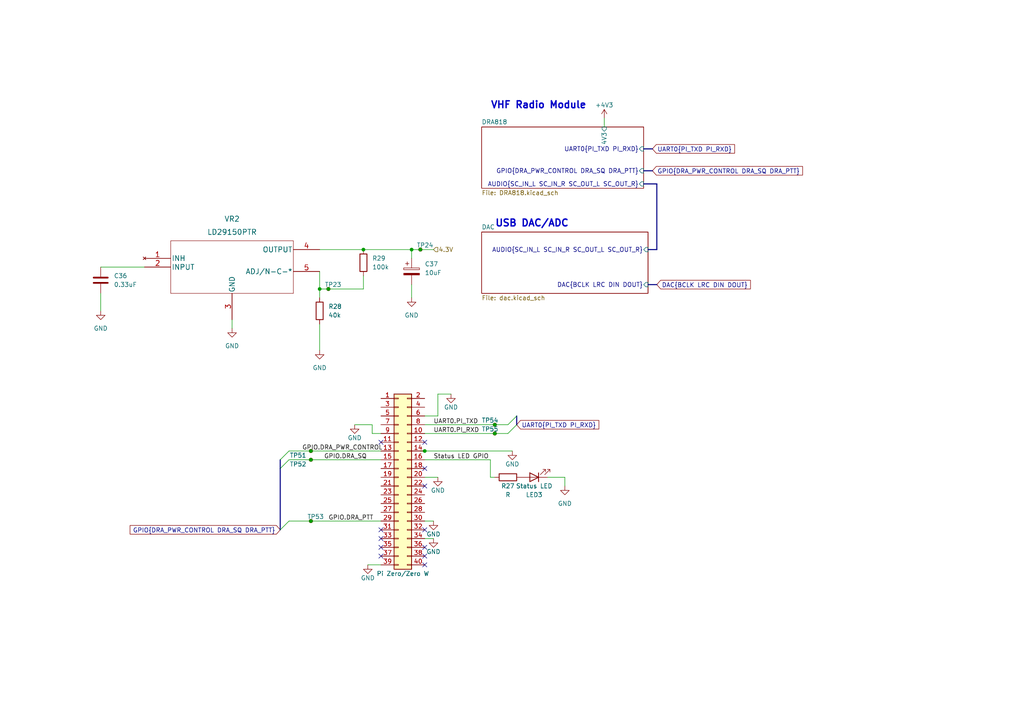
<source format=kicad_sch>
(kicad_sch (version 20211123) (generator eeschema)
  (paper "A4")
  (lib_symbols
    (symbol "Connector:TestPoint_Small" (pin_numbers hide) (pin_names (offset 0.762) hide)
      (property "Reference" "TP" (at 0 3.81 0))
      (property "Value" "TestPoint_Small" (at 0 2.032 0))
      (symbol "TestPoint_Small_0_1"
        (circle (center 0 0) (radius 0.508))
      )
      (symbol "TestPoint_Small_1_1"
        (pin passive line (at 0 0 90) (length 0) (name "1") (number "1"))
      )
    )
    (symbol "Connector_Generic:Conn_02x20_Odd_Even" (pin_names (offset 1.016) hide)
      (property "Reference" "J" (at 1.27 25.4 0))
      (property "Value" "Conn_02x20_Odd_Even" (at 1.27 -27.94 0))
      (symbol "Conn_02x20_Odd_Even_1_1"
        (rectangle (start -1.27 -25.273) (end 0 -25.527) (stroke (width 0.1524)))
        (rectangle (start -1.27 -22.733) (end 0 -22.987) (stroke (width 0.1524)))
        (rectangle (start -1.27 -20.193) (end 0 -20.447) (stroke (width 0.1524)))
        (rectangle (start -1.27 -17.653) (end 0 -17.907) (stroke (width 0.1524)))
        (rectangle (start -1.27 -15.113) (end 0 -15.367) (stroke (width 0.1524)))
        (rectangle (start -1.27 -12.573) (end 0 -12.827) (stroke (width 0.1524)))
        (rectangle (start -1.27 -10.033) (end 0 -10.287) (stroke (width 0.1524)))
        (rectangle (start -1.27 -7.493) (end 0 -7.747) (stroke (width 0.1524)))
        (rectangle (start -1.27 -4.953) (end 0 -5.207) (stroke (width 0.1524)))
        (rectangle (start -1.27 -2.413) (end 0 -2.667) (stroke (width 0.1524)))
        (rectangle (start -1.27 0.127) (end 0 -0.127) (stroke (width 0.1524)))
        (rectangle (start -1.27 2.667) (end 0 2.413) (stroke (width 0.1524)))
        (rectangle (start -1.27 5.207) (end 0 4.953) (stroke (width 0.1524)))
        (rectangle (start -1.27 7.747) (end 0 7.493) (stroke (width 0.1524)))
        (rectangle (start -1.27 10.287) (end 0 10.033) (stroke (width 0.1524)))
        (rectangle (start -1.27 12.827) (end 0 12.573) (stroke (width 0.1524)))
        (rectangle (start -1.27 15.367) (end 0 15.113) (stroke (width 0.1524)))
        (rectangle (start -1.27 17.907) (end 0 17.653) (stroke (width 0.1524)))
        (rectangle (start -1.27 20.447) (end 0 20.193) (stroke (width 0.1524)))
        (rectangle (start -1.27 22.987) (end 0 22.733) (stroke (width 0.1524)))
        (rectangle (start -1.27 24.13) (end 3.81 -26.67) (stroke (width 0.254)) (fill (type background)))
        (rectangle (start 3.81 -25.273) (end 2.54 -25.527) (stroke (width 0.1524)))
        (rectangle (start 3.81 -22.733) (end 2.54 -22.987) (stroke (width 0.1524)))
        (rectangle (start 3.81 -20.193) (end 2.54 -20.447) (stroke (width 0.1524)))
        (rectangle (start 3.81 -17.653) (end 2.54 -17.907) (stroke (width 0.1524)))
        (rectangle (start 3.81 -15.113) (end 2.54 -15.367) (stroke (width 0.1524)))
        (rectangle (start 3.81 -12.573) (end 2.54 -12.827) (stroke (width 0.1524)))
        (rectangle (start 3.81 -10.033) (end 2.54 -10.287) (stroke (width 0.1524)))
        (rectangle (start 3.81 -7.493) (end 2.54 -7.747) (stroke (width 0.1524)))
        (rectangle (start 3.81 -4.953) (end 2.54 -5.207) (stroke (width 0.1524)))
        (rectangle (start 3.81 -2.413) (end 2.54 -2.667) (stroke (width 0.1524)))
        (rectangle (start 3.81 0.127) (end 2.54 -0.127) (stroke (width 0.1524)))
        (rectangle (start 3.81 2.667) (end 2.54 2.413) (stroke (width 0.1524)))
        (rectangle (start 3.81 5.207) (end 2.54 4.953) (stroke (width 0.1524)))
        (rectangle (start 3.81 7.747) (end 2.54 7.493) (stroke (width 0.1524)))
        (rectangle (start 3.81 10.287) (end 2.54 10.033) (stroke (width 0.1524)))
        (rectangle (start 3.81 12.827) (end 2.54 12.573) (stroke (width 0.1524)))
        (rectangle (start 3.81 15.367) (end 2.54 15.113) (stroke (width 0.1524)))
        (rectangle (start 3.81 17.907) (end 2.54 17.653) (stroke (width 0.1524)))
        (rectangle (start 3.81 20.447) (end 2.54 20.193) (stroke (width 0.1524)))
        (rectangle (start 3.81 22.987) (end 2.54 22.733) (stroke (width 0.1524)))
        (pin passive line (at -5.08 22.86 0) (length 3.81) (name "Pin_1") (number "1"))
        (pin passive line (at 7.62 12.7 180) (length 3.81) (name "Pin_10") (number "10"))
        (pin passive line (at -5.08 10.16 0) (length 3.81) (name "Pin_11") (number "11"))
        (pin passive line (at 7.62 10.16 180) (length 3.81) (name "Pin_12") (number "12"))
        (pin passive line (at -5.08 7.62 0) (length 3.81) (name "Pin_13") (number "13"))
        (pin passive line (at 7.62 7.62 180) (length 3.81) (name "Pin_14") (number "14"))
        (pin passive line (at -5.08 5.08 0) (length 3.81) (name "Pin_15") (number "15"))
        (pin passive line (at 7.62 5.08 180) (length 3.81) (name "Pin_16") (number "16"))
        (pin passive line (at -5.08 2.54 0) (length 3.81) (name "Pin_17") (number "17"))
        (pin passive line (at 7.62 2.54 180) (length 3.81) (name "Pin_18") (number "18"))
        (pin passive line (at -5.08 0 0) (length 3.81) (name "Pin_19") (number "19"))
        (pin passive line (at 7.62 22.86 180) (length 3.81) (name "Pin_2") (number "2"))
        (pin passive line (at 7.62 0 180) (length 3.81) (name "Pin_20") (number "20"))
        (pin passive line (at -5.08 -2.54 0) (length 3.81) (name "Pin_21") (number "21"))
        (pin passive line (at 7.62 -2.54 180) (length 3.81) (name "Pin_22") (number "22"))
        (pin passive line (at -5.08 -5.08 0) (length 3.81) (name "Pin_23") (number "23"))
        (pin passive line (at 7.62 -5.08 180) (length 3.81) (name "Pin_24") (number "24"))
        (pin passive line (at -5.08 -7.62 0) (length 3.81) (name "Pin_25") (number "25"))
        (pin passive line (at 7.62 -7.62 180) (length 3.81) (name "Pin_26") (number "26"))
        (pin passive line (at -5.08 -10.16 0) (length 3.81) (name "Pin_27") (number "27"))
        (pin passive line (at 7.62 -10.16 180) (length 3.81) (name "Pin_28") (number "28"))
        (pin passive line (at -5.08 -12.7 0) (length 3.81) (name "Pin_29") (number "29"))
        (pin passive line (at -5.08 20.32 0) (length 3.81) (name "Pin_3") (number "3"))
        (pin passive line (at 7.62 -12.7 180) (length 3.81) (name "Pin_30") (number "30"))
        (pin passive line (at -5.08 -15.24 0) (length 3.81) (name "Pin_31") (number "31"))
        (pin passive line (at 7.62 -15.24 180) (length 3.81) (name "Pin_32") (number "32"))
        (pin passive line (at -5.08 -17.78 0) (length 3.81) (name "Pin_33") (number "33"))
        (pin passive line (at 7.62 -17.78 180) (length 3.81) (name "Pin_34") (number "34"))
        (pin passive line (at -5.08 -20.32 0) (length 3.81) (name "Pin_35") (number "35"))
        (pin passive line (at 7.62 -20.32 180) (length 3.81) (name "Pin_36") (number "36"))
        (pin passive line (at -5.08 -22.86 0) (length 3.81) (name "Pin_37") (number "37"))
        (pin passive line (at 7.62 -22.86 180) (length 3.81) (name "Pin_38") (number "38"))
        (pin passive line (at -5.08 -25.4 0) (length 3.81) (name "Pin_39") (number "39"))
        (pin passive line (at 7.62 20.32 180) (length 3.81) (name "Pin_4") (number "4"))
        (pin passive line (at 7.62 -25.4 180) (length 3.81) (name "Pin_40") (number "40"))
        (pin passive line (at -5.08 17.78 0) (length 3.81) (name "Pin_5") (number "5"))
        (pin passive line (at 7.62 17.78 180) (length 3.81) (name "Pin_6") (number "6"))
        (pin passive line (at -5.08 15.24 0) (length 3.81) (name "Pin_7") (number "7"))
        (pin passive line (at 7.62 15.24 180) (length 3.81) (name "Pin_8") (number "8"))
        (pin passive line (at -5.08 12.7 0) (length 3.81) (name "Pin_9") (number "9"))
      )
    )
    (symbol "Device:C" (pin_numbers hide) (pin_names (offset 0.254))
      (property "Reference" "C" (at 0.635 2.54 0))
      (property "Value" "C" (at 0.635 -2.54 0))
      (symbol "C_0_1"
        (polyline (pts (xy -2.032 -0.762) (xy 2.032 -0.762)) (stroke (width 0.508)))
        (polyline (pts (xy -2.032 0.762) (xy 2.032 0.762)) (stroke (width 0.508)))
      )
      (symbol "C_1_1"
        (pin passive line (at 0 3.81 270) (length 2.794) (name "~") (number "1"))
        (pin passive line (at 0 -3.81 90) (length 2.794) (name "~") (number "2"))
      )
    )
    (symbol "Device:C_Polarized" (pin_numbers hide) (pin_names (offset 0.254))
      (property "Reference" "C" (at 0.635 2.54 0))
      (property "Value" "C_Polarized" (at 0.635 -2.54 0))
      (symbol "C_Polarized_0_1"
        (rectangle (start -2.286 0.508) (end 2.286 1.016))
        (polyline (pts (xy -1.778 2.286) (xy -0.762 2.286)))
        (polyline (pts (xy -1.27 2.794) (xy -1.27 1.778)))
        (rectangle (start 2.286 -0.508) (end -2.286 -1.016) (fill (type outline)))
      )
      (symbol "C_Polarized_1_1"
        (pin passive line (at 0 3.81 270) (length 2.794) (name "~") (number "1"))
        (pin passive line (at 0 -3.81 90) (length 2.794) (name "~") (number "2"))
      )
    )
    (symbol "Device:LED" (pin_numbers hide) (pin_names (offset 1.016) hide)
      (property "Reference" "D" (at 0 2.54 0))
      (property "Value" "LED" (at 0 -2.54 0))
      (symbol "LED_0_1"
        (polyline (pts (xy -1.27 -1.27) (xy -1.27 1.27)) (stroke (width 0.254)))
        (polyline (pts (xy -1.27 0) (xy 1.27 0)))
        (polyline (pts (xy 1.27 -1.27) (xy 1.27 1.27) (xy -1.27 0) (xy 1.27 -1.27)) (stroke (width 0.254)))
        (polyline (pts (xy -3.048 -0.762) (xy -4.572 -2.286) (xy -3.81 -2.286) (xy -4.572 -2.286) (xy -4.572 -1.524)))
        (polyline (pts (xy -1.778 -0.762) (xy -3.302 -2.286) (xy -2.54 -2.286) (xy -3.302 -2.286) (xy -3.302 -1.524)))
      )
      (symbol "LED_1_1"
        (pin passive line (at -3.81 0 0) (length 2.54) (name "K") (number "1"))
        (pin passive line (at 3.81 0 180) (length 2.54) (name "A") (number "2"))
      )
    )
    (symbol "Device:R" (pin_numbers hide) (pin_names (offset 0))
      (property "Reference" "R" (at 2.032 0 90))
      (property "Value" "R" (at 0 0 90))
      (symbol "R_0_1"
        (rectangle (start -1.016 -2.54) (end 1.016 2.54) (stroke (width 0.254)))
      )
      (symbol "R_1_1"
        (pin passive line (at 0 3.81 270) (length 1.27) (name "~") (number "1"))
        (pin passive line (at 0 -3.81 90) (length 1.27) (name "~") (number "2"))
      )
    )
    (symbol "LDV VReg:LD29150PTR" (pin_names (offset 0.254))
      (property "Reference" "U5" (at 25.4 11.43 0))
      (property "Value" "LD29150PTR" (at 25.4 7.62 0))
      (symbol "LD29150PTR_1_1"
        (polyline (pts (xy 7.62 -10.16) (xy 43.18 -10.16)) (stroke (width 0.127)))
        (polyline (pts (xy 7.62 5.08) (xy 7.62 -10.16)) (stroke (width 0.127)))
        (polyline (pts (xy 43.18 -10.16) (xy 43.18 5.08)) (stroke (width 0.127)))
        (polyline (pts (xy 43.18 5.08) (xy 7.62 5.08)) (stroke (width 0.127)))
        (pin no_connect line (at 0 0 0) (length 7.62) (name "INH") (number "1"))
        (pin power_in line (at 0 -2.54 0) (length 7.62) (name "INPUT") (number "2"))
        (pin power_in line (at 25.4 -17.78 90) (length 7.62) (name "GND") (number "3"))
        (pin power_out line (at 50.8 2.54 180) (length 7.62) (name "OUTPUT") (number "4"))
        (pin input line (at 50.8 -3.81 180) (length 7.62) (name "ADJ/N-C-*") (number "5"))
      )
    )
    (symbol "MyParts:+4V3" (power) (pin_names (offset 0))
      (property "Value" "+4V3" (at 0 3.556 0))
      (symbol "+4V3_0_1"
        (polyline (pts (xy -0.762 1.27) (xy 0 2.54)))
        (polyline (pts (xy 0 0) (xy 0 2.54)))
        (polyline (pts (xy 0 2.54) (xy 0.762 1.27)))
      )
      (symbol "+4V3_1_1"
        (pin power_in line (at 0 0 90) (length 0) hide (name "+4V3") (number "1"))
      )
    )
    (symbol "power:GND" (power) (pin_names (offset 0))
      (property "Value" "GND" (at 0 -3.81 0))
      (symbol "GND_0_1"
        (polyline (pts (xy 0 0) (xy 0 -1.27) (xy 1.27 -1.27) (xy 0 -2.54) (xy -1.27 -1.27) (xy 0 -1.27)))
      )
      (symbol "GND_1_1"
        (pin power_in line (at 0 0 270) (length 0) hide (name "GND") (number "1"))
      )
    )
  )
  (junction (at 90.17 133.35))
  (junction (at 90.17 130.81))
  (junction (at 95.25 83.82))
  (junction (at 143.51 123.19))
  (junction (at 143.51 125.73))
  (junction (at 90.17 151.13))
  (junction (at 121.92 72.39))
  (junction (at 92.71 83.82))
  (junction (at 105.41 72.39))
  (junction (at 123.19 130.81))
  (junction (at 119.38 72.39))
  (no_connect (at 123.19 153.67))
  (no_connect (at 123.19 158.75))
  (no_connect (at 123.19 135.89))
  (no_connect (at 110.49 161.29))
  (no_connect (at 123.19 161.29))
  (no_connect (at 123.19 128.27))
  (no_connect (at 123.19 140.97))
  (no_connect (at 110.49 158.75))
  (no_connect (at 110.49 128.27))
  (no_connect (at 110.49 156.21))
  (no_connect (at 123.19 163.83))
  (no_connect (at 110.49 153.67))
  (bus_entry (at 147.32 123.19) (size 2.54 -2.54))
  (bus_entry (at 147.32 125.73) (size 2.54 -2.54))
  (bus_entry (at 83.82 151.13) (size -2.54 2.54))
  (bus_entry (at 83.82 133.35) (size -2.54 2.54))
  (bus_entry (at 83.82 130.81) (size -2.54 2.54))
  (wire (pts (xy 92.71 93.98) (xy 92.71 101.6)))
  (wire (pts (xy 107.95 125.73) (xy 107.95 123.19)))
  (bus (pts (xy 186.69 49.53) (xy 189.23 49.53)))
  (wire (pts (xy 107.95 123.19) (xy 102.87 123.19)))
  (wire (pts (xy 142.24 133.35) (xy 142.24 138.43)))
  (wire (pts (xy 119.38 72.39) (xy 119.38 74.93)))
  (wire (pts (xy 127 120.65) (xy 127 114.3)))
  (wire (pts (xy 123.19 123.19) (xy 143.51 123.19)))
  (wire (pts (xy 163.83 138.43) (xy 163.83 140.97)))
  (wire (pts (xy 95.25 83.82) (xy 105.41 83.82)))
  (wire (pts (xy 90.17 130.81) (xy 110.49 130.81)))
  (wire (pts (xy 123.19 133.35) (xy 142.24 133.35)))
  (bus (pts (xy 186.69 53.34) (xy 190.5 53.34)))
  (wire (pts (xy 105.41 80.01) (xy 105.41 83.82)))
  (wire (pts (xy 119.38 72.39) (xy 121.92 72.39)))
  (wire (pts (xy 123.19 125.73) (xy 143.51 125.73)))
  (wire (pts (xy 110.49 125.73) (xy 107.95 125.73)))
  (wire (pts (xy 105.41 72.39) (xy 119.38 72.39)))
  (wire (pts (xy 127 114.3) (xy 130.81 114.3)))
  (wire (pts (xy 175.26 34.29) (xy 175.26 36.83)))
  (bus (pts (xy 186.69 43.18) (xy 189.23 43.18)))
  (wire (pts (xy 143.51 123.19) (xy 147.32 123.19)))
  (wire (pts (xy 83.82 130.81) (xy 90.17 130.81)))
  (wire (pts (xy 83.82 151.13) (xy 90.17 151.13)))
  (bus (pts (xy 187.96 82.55) (xy 190.5 82.55)))
  (wire (pts (xy 92.71 72.39) (xy 105.41 72.39)))
  (wire (pts (xy 92.71 78.74) (xy 92.71 83.82)))
  (bus (pts (xy 190.5 72.39) (xy 190.5 53.34)))
  (wire (pts (xy 29.21 77.47) (xy 41.91 77.47)))
  (wire (pts (xy 123.19 130.81) (xy 148.59 130.81)))
  (wire (pts (xy 123.19 120.65) (xy 127 120.65)))
  (wire (pts (xy 92.71 83.82) (xy 92.71 86.36)))
  (wire (pts (xy 110.49 151.13) (xy 90.17 151.13)))
  (wire (pts (xy 67.31 92.71) (xy 67.31 95.25)))
  (wire (pts (xy 123.19 151.13) (xy 125.73 151.13)))
  (wire (pts (xy 123.19 156.21) (xy 125.73 156.21)))
  (bus (pts (xy 81.28 133.35) (xy 81.28 135.89)))
  (wire (pts (xy 121.92 130.81) (xy 123.19 130.81)))
  (bus (pts (xy 149.86 120.65) (xy 149.86 123.19)))
  (bus (pts (xy 187.96 72.39) (xy 190.5 72.39)))
  (wire (pts (xy 119.38 82.55) (xy 119.38 86.36)))
  (wire (pts (xy 29.21 85.09) (xy 29.21 90.17)))
  (wire (pts (xy 83.82 133.35) (xy 90.17 133.35)))
  (wire (pts (xy 143.51 125.73) (xy 147.32 125.73)))
  (wire (pts (xy 92.71 83.82) (xy 95.25 83.82)))
  (wire (pts (xy 106.68 163.83) (xy 110.49 163.83)))
  (wire (pts (xy 110.49 133.35) (xy 90.17 133.35)))
  (wire (pts (xy 142.24 138.43) (xy 143.51 138.43)))
  (wire (pts (xy 127 138.43) (xy 123.19 138.43)))
  (wire (pts (xy 121.92 72.39) (xy 125.73 72.39)))
  (wire (pts (xy 158.75 138.43) (xy 163.83 138.43)))
  (bus (pts (xy 81.28 135.89) (xy 81.28 153.67)))
  (text "VHF Radio Module" (at 142.24 31.75 0) (effects (font (size 2 2) (thickness 0.4) bold) (justify left bottom)))
  (text "USB DAC/ADC" (at 143.51 66.04 0) (effects (font (size 2 2) (thickness 0.4) bold) (justify left bottom)))
  (label "GPIO.DRA_PTT" (at 95.25 151.13 0))
  (label "UART0.PI_TXD" (at 125.73 123.19 0))
  (label "GPIO.DRA_SQ" (at 93.98 133.35 0))
  (label "GPIO.DRA_PWR_CONTROL" (at 87.63 130.81 0))
  (label "Status LED GPIO" (at 125.73 133.35 0))
  (label "UART0.PI_RXD" (at 125.73 125.73 0))
  (global_label "DAC{BCLK LRC DIN DOUT}" (shape input) (at 190.5 82.55 0) (property "Intersheet References" "${INTERSHEET_REFS}" (effects hide)))
  (global_label "GPIO{DRA_PWR_CONTROL DRA_SQ DRA_PTT}" (shape input) (at 81.28 153.67 180) (property "Intersheet References" "${INTERSHEET_REFS}" (effects hide)))
  (global_label "UART0{PI_TXD PI_RXD}" (shape input) (at 149.86 123.19 0) (property "Intersheet References" "${INTERSHEET_REFS}" (effects hide)))
  (global_label "GPIO{DRA_PWR_CONTROL DRA_SQ DRA_PTT}" (shape input) (at 189.23 49.53 0) (property "Intersheet References" "${INTERSHEET_REFS}" (effects hide)))
  (global_label "UART0{PI_TXD PI_RXD}" (shape input) (at 189.23 43.18 0) (property "Intersheet References" "${INTERSHEET_REFS}" (effects hide)))
  (hierarchical_label "4.3V" (shape input) (at 125.73 72.39 0))
  (symbol (lib_id "power:GND") (at 67.31 95.25 0) (unit 1)
    (property "Reference" "#PWR0207" (effects hide))
    (property "Value" "GND" (at 67.31 100.33 0))
  )
  (symbol (lib_id "Connector_Generic:Conn_02x20_Odd_Even") (at 115.57 138.43 0) (unit 1)
    (property "Reference" "CPU3" (effects hide))
    (property "Value" "Pi Zero/Zero W" (at 109.22 166.37 0) (effects (justify left)))
    (property "Footprint" "Connector_PinSocket_2.54mm:PinSocket_2x20_P2.54mm_Vertical" (effects hide))
    (property "Digikey" "N/A" (effects hide))
    (property "Unit Price" "10.00" (effects hide))
  )
  (symbol (lib_id "Device:LED") (at 154.94 138.43 180) (unit 1)
    (property "Reference" "LED3" (at 154.94 143.51 0))
    (property "Value" "Status LED" (at 154.94 140.97 0))
    (property "Footprint" "LED_SMD:LED_0805_2012Metric" (effects hide))
  )
  (symbol (lib_id "power:GND") (at 127 138.43 0) (unit 1)
    (property "Reference" "#PWR0191" (effects hide))
    (property "Value" "GND" (at 127 142.24 0))
  )
  (symbol (lib_id "Connector:TestPoint_Small") (at 90.17 133.35 0) (mirror y) (unit 1)
    (property "Reference" "TP52" (at 88.9 134.62 0) (effects (justify left)))
    (property "Value" "Test Point" (effects hide))
    (property "Footprint" "TestPoint:TestPoint_Pad_D1.0mm" (effects hide))
  )
  (symbol (lib_id "Device:C_Polarized") (at 119.38 78.74 0) (unit 1)
    (property "Reference" "C37" (at 123.19 76.5809 0) (effects (justify left)))
    (property "Value" "10uF" (at 123.19 79.1209 0) (effects (justify left)))
    (property "Footprint" "Capacitor_SMD:C_0805_2012Metric_Pad1.18x1.45mm_HandSolder" (effects hide))
    (property "Digikey" "https://www.digikey.com/short/34fwn4jr" (effects hide))
    (property "Unit Price" "0.10" (effects hide))
  )
  (symbol (lib_id "Device:R") (at 147.32 138.43 90) (unit 1)
    (property "Reference" "R27" (at 147.32 140.97 90))
    (property "Value" "R" (at 147.32 143.51 90))
    (property "Footprint" "Resistor_SMD:R_0603_1608Metric_Pad0.98x0.95mm_HandSolder" (effects hide))
  )
  (symbol (lib_id "power:GND") (at 106.68 163.83 0) (unit 1)
    (property "Reference" "#PWR0190" (effects hide))
    (property "Value" "GND" (at 106.68 167.64 0))
  )
  (symbol (lib_id "Connector:TestPoint_Small") (at 143.51 123.19 0) (unit 1)
    (property "Reference" "TP54" (at 139.7 121.92 0) (effects (justify left)))
    (property "Value" "Test Point" (effects hide))
    (property "Footprint" "TestPoint:TestPoint_Pad_D1.0mm" (effects hide))
  )
  (symbol (lib_id "Connector:TestPoint_Small") (at 143.51 125.73 0) (unit 1)
    (property "Reference" "TP55" (at 139.7 124.46 0) (effects (justify left)))
    (property "Value" "Test Point" (effects hide))
    (property "Footprint" "TestPoint:TestPoint_Pad_D1.0mm" (effects hide))
  )
  (symbol (lib_id "Connector:TestPoint_Small") (at 90.17 130.81 0) (mirror y) (unit 1)
    (property "Reference" "TP51" (at 88.9 132.08 0) (effects (justify left)))
    (property "Value" "Test Point" (effects hide))
    (property "Footprint" "TestPoint:TestPoint_Pad_D1.0mm" (effects hide))
  )
  (symbol (lib_id "power:GND") (at 92.71 101.6 0) (unit 1)
    (property "Reference" "#PWR0208" (effects hide))
    (property "Value" "GND" (at 92.71 106.68 0))
  )
  (symbol (lib_id "power:GND") (at 130.81 114.3 0) (mirror y) (unit 1)
    (property "Reference" "#PWR0196" (effects hide))
    (property "Value" "GND" (at 130.81 118.11 0))
  )
  (symbol (lib_id "power:GND") (at 125.73 156.21 0) (unit 1)
    (property "Reference" "#PWR0188" (effects hide))
    (property "Value" "GND" (at 125.73 160.02 0))
  )
  (symbol (lib_id "power:GND") (at 102.87 123.19 0) (unit 1)
    (property "Reference" "#PWR0192" (effects hide))
    (property "Value" "GND" (at 102.87 127 0))
  )
  (symbol (lib_id "power:GND") (at 163.83 140.97 0) (unit 1)
    (property "Reference" "#PWR0195" (effects hide))
    (property "Value" "GND" (at 163.83 146.05 0))
  )
  (symbol (lib_id "Connector:TestPoint_Small") (at 90.17 151.13 0) (mirror y) (unit 1)
    (property "Reference" "TP53" (at 93.98 149.86 0) (effects (justify left)))
    (property "Value" "Test Point" (effects hide))
    (property "Footprint" "TestPoint:TestPoint_Pad_D1.0mm" (effects hide))
  )
  (symbol (lib_id "power:GND") (at 148.59 130.81 0) (unit 1)
    (property "Reference" "#PWR0193" (effects hide))
    (property "Value" "GND" (at 148.59 134.62 0))
  )
  (symbol (lib_id "Connector:TestPoint_Small") (at 95.25 83.82 0) (mirror y) (unit 1)
    (property "Reference" "TP23" (at 99.06 82.55 0) (effects (justify left)))
    (property "Value" "Test Point" (effects hide))
    (property "Footprint" "TestPoint:TestPoint_Pad_D1.0mm" (effects hide))
  )
  (symbol (lib_id "Device:R") (at 92.71 90.17 0) (unit 1)
    (property "Reference" "R28" (at 95.25 88.8999 0) (effects (justify left)))
    (property "Value" "40k" (at 95.25 91.4399 0) (effects (justify left)))
    (property "Footprint" "Resistor_SMD:R_0603_1608Metric_Pad0.98x0.95mm_HandSolder" (effects hide))
    (property "Unit Price" "0.63" (effects hide))
  )
  (symbol (lib_id "power:GND") (at 29.21 90.17 0) (unit 1)
    (property "Reference" "#PWR0206" (effects hide))
    (property "Value" "GND" (at 29.21 95.25 0))
  )
  (symbol (lib_id "Device:C") (at 29.21 81.28 0) (unit 1)
    (property "Reference" "C36" (at 33.02 80.0099 0) (effects (justify left)))
    (property "Value" "0.33uF" (at 33.02 82.5499 0) (effects (justify left)))
    (property "Footprint" "Capacitor_SMD:C_0603_1608Metric_Pad1.08x0.95mm_HandSolder" (effects hide))
    (property "Digikey" "https://www.digikey.com/short/t9fmbdmh" (effects hide))
    (property "Unit Price" "0.10" (effects hide))
  )
  (symbol (lib_id "LDV VReg:LD29150PTR") (at 41.91 74.93 0) (unit 1)
    (property "Reference" "VR2" (at 67.31 63.5 0) (effects (font (size 1.524 1.524))))
    (property "Value" "LD29150PTR" (at 67.31 67.31 0) (effects (font (size 1.524 1.524))))
    (property "Footprint" "footprints:LD29150PTR" (effects hide))
    (property "Digikey" "https://www.digikey.com/short/7htr34b5" (effects hide))
    (property "Unit Price" "1.89" (effects hide))
  )
  (symbol (lib_id "MyParts:+4V3") (at 175.26 34.29 0) (unit 1)
    (property "Reference" "#PWR0194" (effects hide))
    (property "Value" "+4V3" (at 175.26 30.48 0))
  )
  (symbol (lib_id "power:GND") (at 125.73 151.13 0) (unit 1)
    (property "Reference" "#PWR0189" (effects hide))
    (property "Value" "GND" (at 125.73 154.94 0))
  )
  (symbol (lib_id "Connector:TestPoint_Small") (at 121.92 72.39 0) (mirror y) (unit 1)
    (property "Reference" "TP24" (at 125.73 71.12 0) (effects (justify left)))
    (property "Value" "Test Point" (effects hide))
    (property "Footprint" "TestPoint:TestPoint_Pad_D1.0mm" (effects hide))
  )
  (symbol (lib_id "power:GND") (at 119.38 86.36 0) (unit 1)
    (property "Reference" "#PWR0209" (effects hide))
    (property "Value" "GND" (at 119.38 91.44 0))
  )
  (symbol (lib_id "Device:R") (at 105.41 76.2 0) (unit 1)
    (property "Reference" "R29" (at 107.95 74.9299 0) (effects (justify left)))
    (property "Value" "100k" (at 107.95 77.4699 0) (effects (justify left)))
    (property "Footprint" "Resistor_SMD:R_0603_1608Metric_Pad0.98x0.95mm_HandSolder" (effects hide))
    (property "Digikey" "https://www.digikey.com/short/48qdqqc9" (effects hide))
    (property "Unit Price" "0.10" (effects hide))
  )
  (sheet (at 139.7 36.83) (size 46.99 17.78) (stroke (width 0.1524))
    (property "Sheet name" "DRA818" (at 139.7 36.1184 0) (effects (justify left bottom)))
    (property "Sheet file" "DRA818.kicad_sch" (at 139.7 55.1946 0) (effects (justify left top)))
    (pin "UART0{PI_TXD PI_RXD}" input (at 186.69 43.18 0))
    (pin "GPIO{DRA_PWR_CONTROL DRA_SQ DRA_PTT}" input (at 186.69 49.53 0))
    (pin "4V3" input (at 175.26 36.83 90))
    (pin "AUDIO{SC_IN_L SC_IN_R SC_OUT_L SC_OUT_R}" input (at 186.69 53.34 0))
  )
  (sheet (at 139.7 67.31) (size 48.26 17.78) (stroke (width 0.1524))
    (property "Sheet name" "DAC" (at 139.7 66.5984 0) (effects (justify left bottom)))
    (property "Sheet file" "dac.kicad_sch" (at 139.7 85.6746 0) (effects (justify left top)))
    (pin "AUDIO{SC_IN_L SC_IN_R SC_OUT_L SC_OUT_R}" input (at 187.96 72.39 0))
    (pin "DAC{BCLK LRC DIN DOUT}" input (at 187.96 82.55 0))
  )
)
</source>
